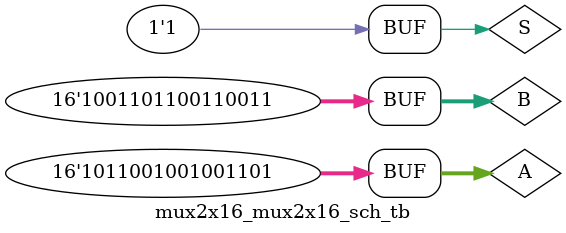
<source format=v>

`timescale 1ns / 1ps

module mux2x16_mux2x16_sch_tb();

// Inputs
   reg [15:0] A;
   reg [15:0] B;
   reg S;

// Output
   wire [15:0] OutputExit;

// Bidirs

// Instantiate the UUT
   mux2x16 UUT (
		.A(A), 
		.B(B), 
		.S(S), 
		.OutputExit(OutputExit)
   );
// Initialize Inputs
      initial begin
		A = 0;
		B = 0;
		S = 0;
		#100;
		A = 'b1011001001001101;
		B = 'b1001101100110011;
		#20;
		S = 1;
		#20;
   end
endmodule

</source>
